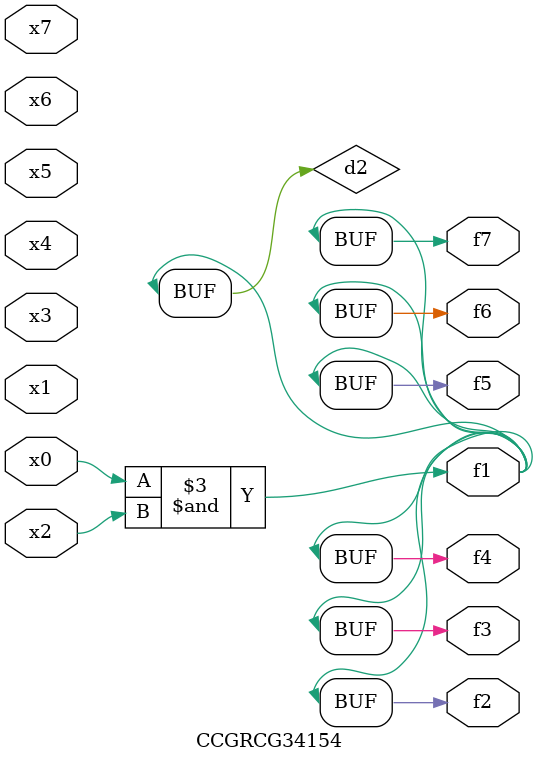
<source format=v>
module CCGRCG34154(
	input x0, x1, x2, x3, x4, x5, x6, x7,
	output f1, f2, f3, f4, f5, f6, f7
);

	wire d1, d2;

	nor (d1, x3, x6);
	and (d2, x0, x2);
	assign f1 = d2;
	assign f2 = d2;
	assign f3 = d2;
	assign f4 = d2;
	assign f5 = d2;
	assign f6 = d2;
	assign f7 = d2;
endmodule

</source>
